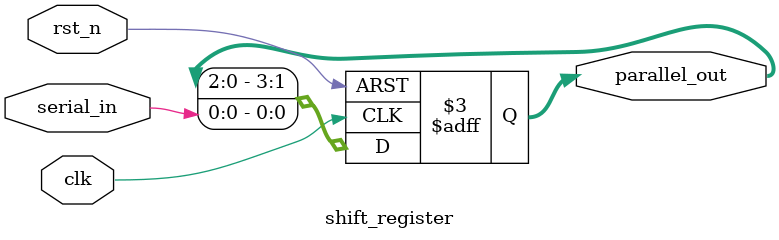
<source format=v>
/*
This code implements a 4-bit shift register
that shifts in data from the `serial_in`
input on each rising edge of the `clk`
signal. The shifted data is available on the
`parallel_out` output. The shift register
can be reset asynchronously to `0000` by
asserting the active-low reset signal `rst_n`.
*/

module shift_register (input clk, input rst_n, input serial_in,
                        output reg [3:0] parallel_out);

always @ (posedge clk or negedge rst_n) begin
    if (!rst_n) begin
        parallel_out <= 4'b0000;
    end else begin
        parallel_out <= {parallel_out[2:0], serial_in};
    end
end

endmodule
</source>
